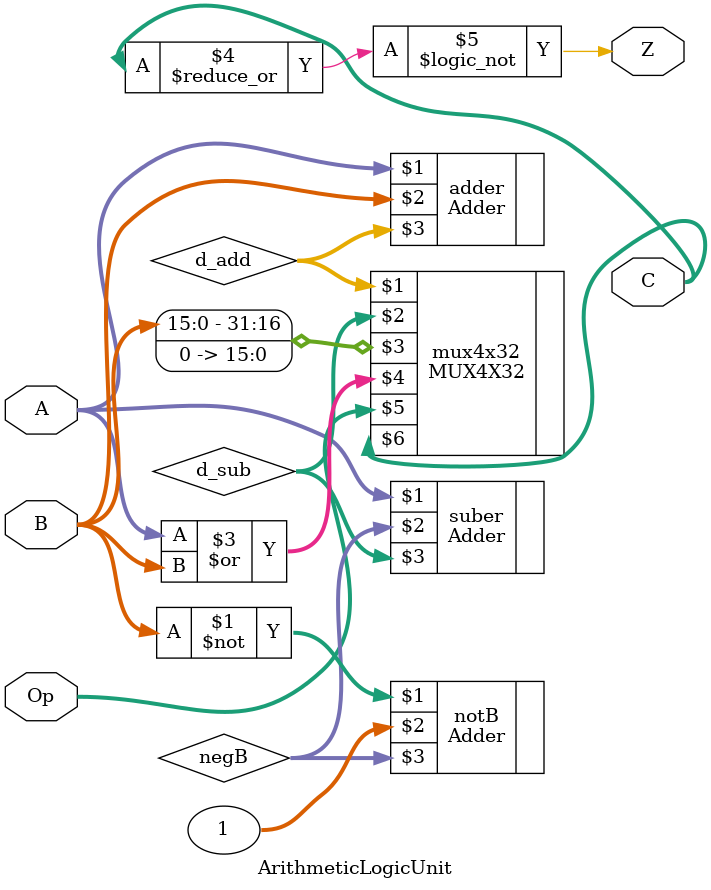
<source format=v>
`timescale 1ns / 1ns

module ArithmeticLogicUnit(
    input [31:0] A,
    input [31:0] B,
    input [1:0] Op,
    output [31:0] C,
    output Z
);
    wire [31:0] negB, d_add, d_sub;
    Adder adder(A, B, d_add);
    Adder notB(~B, 32'b00000000000000000000000000000001, negB);
    Adder suber(A, negB, d_sub);
    MUX4X32 mux4x32(d_add, d_sub, B << 5'b10000, A | B, Op, C);
    assign Z = ~|C;
endmodule
</source>
